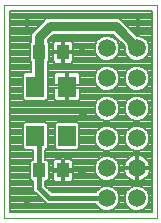
<source format=gtl>
G75*
G70*
%OFA0B0*%
%FSLAX24Y24*%
%IPPOS*%
%LPD*%
%AMOC8*
5,1,8,0,0,1.08239X$1,22.5*
%
%ADD10C,0.0000*%
%ADD11C,0.0594*%
%ADD12R,0.0394X0.0492*%
%ADD13R,0.0591X0.0709*%
%ADD14C,0.0157*%
%ADD15C,0.0277*%
%ADD16C,0.0079*%
%ADD17C,0.0315*%
D10*
X000534Y001854D02*
X000534Y008941D01*
X005652Y008941D01*
X005652Y001854D01*
X000534Y001854D01*
D11*
X003971Y002504D03*
X003971Y003504D03*
X003971Y004504D03*
X003971Y005504D03*
X003971Y006504D03*
X003971Y007504D03*
X004971Y007504D03*
X004971Y006504D03*
X004971Y005504D03*
X004971Y004504D03*
X004971Y003504D03*
X004971Y002504D03*
D12*
X002503Y003429D03*
X001715Y003429D03*
X001715Y007366D03*
X002503Y007366D03*
D13*
X002640Y006225D03*
X001577Y006225D03*
X001577Y004571D03*
X002640Y004571D03*
D14*
X001715Y004571D02*
X001715Y003429D01*
X001715Y002839D01*
X002050Y002504D01*
X003971Y002504D01*
X001715Y004571D02*
X001577Y004571D01*
D15*
X003133Y003390D03*
X003172Y005358D03*
X003133Y007366D03*
X001322Y008351D03*
X005022Y008351D03*
X001322Y002445D03*
D16*
X001518Y002757D02*
X001634Y002642D01*
X001968Y002307D01*
X002131Y002307D01*
X003604Y002307D01*
X003619Y002269D01*
X003736Y002152D01*
X003889Y002089D01*
X004054Y002089D01*
X004206Y002152D01*
X004323Y002269D01*
X004386Y002422D01*
X004386Y002587D01*
X004323Y002739D01*
X004206Y002856D01*
X004054Y002919D01*
X003889Y002919D01*
X003736Y002856D01*
X003619Y002739D01*
X003604Y002701D01*
X002131Y002701D01*
X001912Y002920D01*
X001912Y003065D01*
X001961Y003065D01*
X002030Y003134D01*
X002030Y003724D01*
X001961Y003793D01*
X001912Y003793D01*
X001912Y004099D01*
X001922Y004099D01*
X001991Y004168D01*
X001991Y004974D01*
X001922Y005043D01*
X001233Y005043D01*
X001164Y004974D01*
X001164Y004168D01*
X001233Y004099D01*
X001518Y004099D01*
X001518Y003793D01*
X001469Y003793D01*
X001400Y003724D01*
X001400Y003134D01*
X001469Y003065D01*
X001518Y003065D01*
X001518Y002757D01*
X001518Y002782D02*
X000724Y002782D01*
X000724Y002859D02*
X001518Y002859D01*
X001518Y002936D02*
X000724Y002936D01*
X000724Y003014D02*
X001518Y003014D01*
X001444Y003091D02*
X000724Y003091D01*
X000724Y003168D02*
X001400Y003168D01*
X001400Y003246D02*
X000724Y003246D01*
X000724Y003323D02*
X001400Y003323D01*
X001400Y003400D02*
X000724Y003400D01*
X000724Y003477D02*
X001400Y003477D01*
X001400Y003555D02*
X000724Y003555D01*
X000724Y003632D02*
X001400Y003632D01*
X001400Y003709D02*
X000724Y003709D01*
X000724Y003787D02*
X001463Y003787D01*
X001518Y003864D02*
X000724Y003864D01*
X000724Y003941D02*
X001518Y003941D01*
X001518Y004018D02*
X000724Y004018D01*
X000724Y004096D02*
X001518Y004096D01*
X001164Y004173D02*
X000724Y004173D01*
X000724Y004250D02*
X001164Y004250D01*
X001164Y004328D02*
X000724Y004328D01*
X000724Y004405D02*
X001164Y004405D01*
X001164Y004482D02*
X000724Y004482D01*
X000724Y004559D02*
X001164Y004559D01*
X001164Y004637D02*
X000724Y004637D01*
X000724Y004714D02*
X001164Y004714D01*
X001164Y004791D02*
X000724Y004791D01*
X000724Y004869D02*
X001164Y004869D01*
X001164Y004946D02*
X000724Y004946D01*
X000724Y005023D02*
X001213Y005023D01*
X000724Y005100D02*
X003861Y005100D01*
X003889Y005089D02*
X004054Y005089D01*
X004206Y005152D01*
X004323Y005269D01*
X004386Y005422D01*
X004386Y005587D01*
X004323Y005739D01*
X004206Y005856D01*
X004054Y005919D01*
X003889Y005919D01*
X003736Y005856D01*
X003619Y005739D01*
X003556Y005587D01*
X003556Y005422D01*
X003619Y005269D01*
X003736Y005152D01*
X003889Y005089D01*
X003889Y004919D02*
X003736Y004856D01*
X003619Y004739D01*
X003556Y004587D01*
X003556Y004422D01*
X003619Y004269D01*
X003736Y004152D01*
X003889Y004089D01*
X004054Y004089D01*
X004206Y004152D01*
X004323Y004269D01*
X004386Y004422D01*
X004386Y004587D01*
X004323Y004739D01*
X004206Y004856D01*
X004054Y004919D01*
X003889Y004919D01*
X003767Y004869D02*
X003054Y004869D01*
X003054Y004946D02*
X005463Y004946D01*
X005463Y005023D02*
X003005Y005023D01*
X002985Y005043D02*
X003054Y004974D01*
X003054Y004168D01*
X002985Y004099D01*
X002296Y004099D01*
X002227Y004168D01*
X002227Y004974D01*
X002296Y005043D01*
X002985Y005043D01*
X003054Y004791D02*
X003671Y004791D01*
X003609Y004714D02*
X003054Y004714D01*
X003054Y004637D02*
X003577Y004637D01*
X003556Y004559D02*
X003054Y004559D01*
X003054Y004482D02*
X003556Y004482D01*
X003563Y004405D02*
X003054Y004405D01*
X003054Y004328D02*
X003595Y004328D01*
X003638Y004250D02*
X003054Y004250D01*
X003054Y004173D02*
X003715Y004173D01*
X003873Y004096D02*
X001912Y004096D01*
X001912Y004018D02*
X005463Y004018D01*
X005463Y003941D02*
X001912Y003941D01*
X001912Y003864D02*
X003755Y003864D01*
X003736Y003856D02*
X003619Y003739D01*
X003556Y003587D01*
X003556Y003422D01*
X003619Y003269D01*
X003736Y003152D01*
X003889Y003089D01*
X004054Y003089D01*
X004206Y003152D01*
X004323Y003269D01*
X004386Y003422D01*
X004386Y003587D01*
X004323Y003739D01*
X004206Y003856D01*
X004054Y003919D01*
X003889Y003919D01*
X003736Y003856D01*
X003667Y003787D02*
X002785Y003787D01*
X002757Y003815D02*
X002839Y003733D01*
X002839Y003469D01*
X002542Y003469D01*
X002463Y003469D01*
X002463Y003815D01*
X002248Y003815D01*
X002166Y003733D01*
X002166Y003469D01*
X002463Y003469D01*
X002463Y003390D01*
X002166Y003390D01*
X002166Y003125D01*
X002248Y003044D01*
X002463Y003044D01*
X002463Y003390D01*
X002542Y003390D01*
X002542Y003469D01*
X002542Y003815D01*
X002757Y003815D01*
X002839Y003709D02*
X003607Y003709D01*
X003575Y003632D02*
X002839Y003632D01*
X002839Y003555D02*
X003556Y003555D01*
X003556Y003477D02*
X002839Y003477D01*
X002839Y003390D02*
X002542Y003390D01*
X002542Y003044D01*
X002757Y003044D01*
X002839Y003125D01*
X002839Y003390D01*
X002839Y003323D02*
X003597Y003323D01*
X003565Y003400D02*
X002542Y003400D01*
X002542Y003323D02*
X002463Y003323D01*
X002463Y003400D02*
X002030Y003400D01*
X002030Y003323D02*
X002166Y003323D01*
X002166Y003246D02*
X002030Y003246D01*
X002030Y003168D02*
X002166Y003168D01*
X002201Y003091D02*
X001987Y003091D01*
X001912Y003014D02*
X005463Y003014D01*
X005463Y003091D02*
X005114Y003091D01*
X005058Y003068D02*
X005218Y003134D01*
X005341Y003257D01*
X005407Y003417D01*
X005407Y003465D01*
X005011Y003465D01*
X005011Y003543D01*
X005407Y003543D01*
X005407Y003591D01*
X005341Y003751D01*
X005218Y003874D01*
X005058Y003940D01*
X005010Y003940D01*
X005010Y003544D01*
X004932Y003544D01*
X004932Y003940D01*
X004884Y003940D01*
X004724Y003874D01*
X004601Y003751D01*
X004535Y003591D01*
X004535Y003543D01*
X004932Y003543D01*
X004932Y003465D01*
X004535Y003465D01*
X004535Y003417D01*
X004601Y003257D01*
X004724Y003134D01*
X004884Y003068D01*
X004932Y003068D01*
X004932Y003465D01*
X005010Y003465D01*
X005010Y003068D01*
X005058Y003068D01*
X005010Y003091D02*
X004932Y003091D01*
X004932Y003168D02*
X005010Y003168D01*
X005010Y003246D02*
X004932Y003246D01*
X004932Y003323D02*
X005010Y003323D01*
X005010Y003400D02*
X004932Y003400D01*
X004932Y003477D02*
X004386Y003477D01*
X004377Y003400D02*
X004542Y003400D01*
X004574Y003323D02*
X004345Y003323D01*
X004300Y003246D02*
X004613Y003246D01*
X004690Y003168D02*
X004222Y003168D01*
X004058Y003091D02*
X004828Y003091D01*
X004889Y002919D02*
X004736Y002856D01*
X004619Y002739D01*
X004556Y002587D01*
X004556Y002422D01*
X004619Y002269D01*
X004736Y002152D01*
X004889Y002089D01*
X005054Y002089D01*
X005206Y002152D01*
X005323Y002269D01*
X005386Y002422D01*
X005386Y002587D01*
X005323Y002739D01*
X005206Y002856D01*
X005054Y002919D01*
X004889Y002919D01*
X004744Y002859D02*
X004198Y002859D01*
X004280Y002782D02*
X004662Y002782D01*
X004605Y002705D02*
X004337Y002705D01*
X004369Y002627D02*
X004573Y002627D01*
X004556Y002550D02*
X004386Y002550D01*
X004386Y002473D02*
X004556Y002473D01*
X004567Y002395D02*
X004375Y002395D01*
X004343Y002318D02*
X004599Y002318D01*
X004647Y002241D02*
X004295Y002241D01*
X004218Y002164D02*
X004725Y002164D01*
X005218Y002164D02*
X005463Y002164D01*
X005463Y002241D02*
X005295Y002241D01*
X005343Y002318D02*
X005463Y002318D01*
X005463Y002395D02*
X005375Y002395D01*
X005386Y002473D02*
X005463Y002473D01*
X005463Y002550D02*
X005386Y002550D01*
X005369Y002627D02*
X005463Y002627D01*
X005463Y002705D02*
X005337Y002705D01*
X005280Y002782D02*
X005463Y002782D01*
X005463Y002859D02*
X005198Y002859D01*
X005252Y003168D02*
X005463Y003168D01*
X005463Y003246D02*
X005330Y003246D01*
X005368Y003323D02*
X005463Y003323D01*
X005463Y003400D02*
X005400Y003400D01*
X005463Y003477D02*
X005011Y003477D01*
X005010Y003555D02*
X004932Y003555D01*
X004932Y003632D02*
X005010Y003632D01*
X005010Y003709D02*
X004932Y003709D01*
X004932Y003787D02*
X005010Y003787D01*
X005010Y003864D02*
X004932Y003864D01*
X004714Y003864D02*
X004187Y003864D01*
X004276Y003787D02*
X004637Y003787D01*
X004584Y003709D02*
X004335Y003709D01*
X004367Y003632D02*
X004552Y003632D01*
X004535Y003555D02*
X004386Y003555D01*
X004070Y004096D02*
X004873Y004096D01*
X004889Y004089D02*
X005054Y004089D01*
X005206Y004152D01*
X005323Y004269D01*
X005386Y004422D01*
X005386Y004587D01*
X005323Y004739D01*
X005206Y004856D01*
X005054Y004919D01*
X004889Y004919D01*
X004736Y004856D01*
X004619Y004739D01*
X004556Y004587D01*
X004556Y004422D01*
X004619Y004269D01*
X004736Y004152D01*
X004889Y004089D01*
X005070Y004096D02*
X005463Y004096D01*
X005463Y004173D02*
X005227Y004173D01*
X005304Y004250D02*
X005463Y004250D01*
X005463Y004328D02*
X005347Y004328D01*
X005379Y004405D02*
X005463Y004405D01*
X005463Y004482D02*
X005386Y004482D01*
X005386Y004559D02*
X005463Y004559D01*
X005463Y004637D02*
X005365Y004637D01*
X005333Y004714D02*
X005463Y004714D01*
X005463Y004791D02*
X005271Y004791D01*
X005176Y004869D02*
X005463Y004869D01*
X005463Y005100D02*
X005081Y005100D01*
X005054Y005089D02*
X005206Y005152D01*
X005323Y005269D01*
X005386Y005422D01*
X005386Y005587D01*
X005323Y005739D01*
X005206Y005856D01*
X005054Y005919D01*
X004889Y005919D01*
X004736Y005856D01*
X004619Y005739D01*
X004556Y005587D01*
X004556Y005422D01*
X004619Y005269D01*
X004736Y005152D01*
X004889Y005089D01*
X005054Y005089D01*
X004861Y005100D02*
X004081Y005100D01*
X004232Y005178D02*
X004711Y005178D01*
X004633Y005255D02*
X004309Y005255D01*
X004349Y005332D02*
X004593Y005332D01*
X004561Y005410D02*
X004381Y005410D01*
X004386Y005487D02*
X004556Y005487D01*
X004556Y005564D02*
X004386Y005564D01*
X004363Y005641D02*
X004579Y005641D01*
X004611Y005719D02*
X004331Y005719D01*
X004266Y005796D02*
X004676Y005796D01*
X004778Y005873D02*
X004164Y005873D01*
X004054Y006089D02*
X004206Y006152D01*
X004323Y006269D01*
X004386Y006422D01*
X004386Y006587D01*
X004323Y006739D01*
X004206Y006856D01*
X004054Y006919D01*
X003889Y006919D01*
X003736Y006856D01*
X003619Y006739D01*
X003556Y006587D01*
X003556Y006422D01*
X003619Y006269D01*
X003736Y006152D01*
X003889Y006089D01*
X004054Y006089D01*
X004092Y006105D02*
X004850Y006105D01*
X004889Y006089D02*
X005054Y006089D01*
X005206Y006152D01*
X005323Y006269D01*
X005386Y006422D01*
X005386Y006587D01*
X005323Y006739D01*
X005206Y006856D01*
X005054Y006919D01*
X004889Y006919D01*
X004736Y006856D01*
X004619Y006739D01*
X004556Y006587D01*
X004556Y006422D01*
X004619Y006269D01*
X004736Y006152D01*
X004889Y006089D01*
X005092Y006105D02*
X005463Y006105D01*
X005463Y006028D02*
X003075Y006028D01*
X003075Y006105D02*
X003850Y006105D01*
X003706Y006182D02*
X003075Y006182D01*
X003075Y006185D02*
X002680Y006185D01*
X002680Y006264D01*
X003075Y006264D01*
X003075Y006637D01*
X002993Y006718D01*
X002680Y006718D01*
X002680Y006264D01*
X002601Y006264D01*
X002601Y006718D01*
X002287Y006718D01*
X002206Y006637D01*
X002206Y006264D01*
X002601Y006264D01*
X002601Y006185D01*
X002680Y006185D01*
X002680Y005731D01*
X002993Y005731D01*
X003075Y005812D01*
X003075Y006185D01*
X003075Y006337D02*
X003591Y006337D01*
X003559Y006414D02*
X003075Y006414D01*
X003075Y006491D02*
X003556Y006491D01*
X003556Y006569D02*
X003075Y006569D01*
X003066Y006646D02*
X003581Y006646D01*
X003613Y006723D02*
X001991Y006723D01*
X001991Y006646D02*
X002215Y006646D01*
X002206Y006569D02*
X001991Y006569D01*
X001991Y006628D02*
X001991Y007032D01*
X002030Y007071D01*
X002030Y007661D01*
X001991Y007701D01*
X001991Y007764D01*
X002184Y007957D01*
X004160Y007957D01*
X004556Y007561D01*
X004556Y007422D01*
X004619Y007269D01*
X004736Y007152D01*
X004889Y007089D01*
X005054Y007089D01*
X005206Y007152D01*
X005323Y007269D01*
X005386Y007422D01*
X005386Y007587D01*
X005323Y007739D01*
X005206Y007856D01*
X005054Y007919D01*
X004977Y007919D01*
X004388Y008508D01*
X004160Y008508D01*
X001955Y008508D01*
X001794Y008347D01*
X001440Y007992D01*
X001440Y007764D01*
X001440Y007701D01*
X001400Y007661D01*
X001400Y007071D01*
X001440Y007032D01*
X001440Y006697D01*
X001233Y006697D01*
X001164Y006628D01*
X001164Y005821D01*
X001233Y005752D01*
X001922Y005752D01*
X001991Y005821D01*
X001991Y006628D01*
X001991Y006801D02*
X003681Y006801D01*
X003789Y006878D02*
X001991Y006878D01*
X001991Y006955D02*
X005463Y006955D01*
X005463Y006878D02*
X005153Y006878D01*
X005261Y006801D02*
X005463Y006801D01*
X005463Y006723D02*
X005330Y006723D01*
X005361Y006646D02*
X005463Y006646D01*
X005463Y006569D02*
X005386Y006569D01*
X005386Y006491D02*
X005463Y006491D01*
X005463Y006414D02*
X005383Y006414D01*
X005351Y006337D02*
X005463Y006337D01*
X005463Y006260D02*
X005314Y006260D01*
X005236Y006182D02*
X005463Y006182D01*
X005463Y005951D02*
X003075Y005951D01*
X003075Y005873D02*
X003778Y005873D01*
X003676Y005796D02*
X003059Y005796D01*
X002680Y005796D02*
X002601Y005796D01*
X002601Y005731D02*
X002601Y006185D01*
X002206Y006185D01*
X002206Y005812D01*
X002287Y005731D01*
X002601Y005731D01*
X002601Y005873D02*
X002680Y005873D01*
X002680Y005951D02*
X002601Y005951D01*
X002601Y006028D02*
X002680Y006028D01*
X002680Y006105D02*
X002601Y006105D01*
X002601Y006182D02*
X002680Y006182D01*
X002680Y006260D02*
X003629Y006260D01*
X003611Y005719D02*
X000724Y005719D01*
X000724Y005796D02*
X001189Y005796D01*
X001164Y005873D02*
X000724Y005873D01*
X000724Y005951D02*
X001164Y005951D01*
X001164Y006028D02*
X000724Y006028D01*
X000724Y006105D02*
X001164Y006105D01*
X001164Y006182D02*
X000724Y006182D01*
X000724Y006260D02*
X001164Y006260D01*
X001164Y006337D02*
X000724Y006337D01*
X000724Y006414D02*
X001164Y006414D01*
X001164Y006491D02*
X000724Y006491D01*
X000724Y006569D02*
X001164Y006569D01*
X001182Y006646D02*
X000724Y006646D01*
X000724Y006723D02*
X001440Y006723D01*
X001440Y006801D02*
X000724Y006801D01*
X000724Y006878D02*
X001440Y006878D01*
X001440Y006955D02*
X000724Y006955D01*
X000724Y007032D02*
X001439Y007032D01*
X001400Y007110D02*
X000724Y007110D01*
X000724Y007187D02*
X001400Y007187D01*
X001400Y007264D02*
X000724Y007264D01*
X000724Y007342D02*
X001400Y007342D01*
X001400Y007419D02*
X000724Y007419D01*
X000724Y007496D02*
X001400Y007496D01*
X001400Y007573D02*
X000724Y007573D01*
X000724Y007651D02*
X001400Y007651D01*
X001440Y007728D02*
X000724Y007728D01*
X000724Y007805D02*
X001440Y007805D01*
X001440Y007883D02*
X000724Y007883D01*
X000724Y007960D02*
X001440Y007960D01*
X001485Y008037D02*
X000724Y008037D01*
X000724Y008114D02*
X001562Y008114D01*
X001639Y008192D02*
X000724Y008192D01*
X000724Y008269D02*
X001716Y008269D01*
X001794Y008346D02*
X000724Y008346D01*
X000724Y008424D02*
X001871Y008424D01*
X001948Y008501D02*
X000724Y008501D01*
X000724Y008578D02*
X005463Y008578D01*
X005463Y008501D02*
X004396Y008501D01*
X004473Y008424D02*
X005463Y008424D01*
X005463Y008346D02*
X004550Y008346D01*
X004627Y008269D02*
X005463Y008269D01*
X005463Y008192D02*
X004705Y008192D01*
X004782Y008114D02*
X005463Y008114D01*
X005463Y008037D02*
X004859Y008037D01*
X004937Y007960D02*
X005463Y007960D01*
X005463Y007883D02*
X005142Y007883D01*
X005257Y007805D02*
X005463Y007805D01*
X005463Y007728D02*
X005328Y007728D01*
X005360Y007651D02*
X005463Y007651D01*
X005463Y007573D02*
X005386Y007573D01*
X005386Y007496D02*
X005463Y007496D01*
X005463Y007419D02*
X005385Y007419D01*
X005353Y007342D02*
X005463Y007342D01*
X005463Y007264D02*
X005318Y007264D01*
X005241Y007187D02*
X005463Y007187D01*
X005463Y007110D02*
X005104Y007110D01*
X004839Y007110D02*
X004104Y007110D01*
X004054Y007089D02*
X004206Y007152D01*
X004323Y007269D01*
X004386Y007422D01*
X004386Y007587D01*
X004323Y007739D01*
X004206Y007856D01*
X004054Y007919D01*
X003889Y007919D01*
X003736Y007856D01*
X003619Y007739D01*
X003556Y007587D01*
X003556Y007422D01*
X003619Y007269D01*
X003736Y007152D01*
X003889Y007089D01*
X004054Y007089D01*
X004241Y007187D02*
X004701Y007187D01*
X004624Y007264D02*
X004318Y007264D01*
X004353Y007342D02*
X004589Y007342D01*
X004557Y007419D02*
X004385Y007419D01*
X004386Y007496D02*
X004556Y007496D01*
X004544Y007573D02*
X004386Y007573D01*
X004360Y007651D02*
X004466Y007651D01*
X004389Y007728D02*
X004328Y007728D01*
X004312Y007805D02*
X004257Y007805D01*
X004234Y007883D02*
X004142Y007883D01*
X003801Y007883D02*
X002109Y007883D01*
X002032Y007805D02*
X003686Y007805D01*
X003615Y007728D02*
X002781Y007728D01*
X002757Y007752D02*
X002839Y007670D01*
X002839Y007406D01*
X002542Y007406D01*
X002463Y007406D01*
X002463Y007752D01*
X002248Y007752D01*
X002166Y007670D01*
X002166Y007406D01*
X002463Y007406D01*
X002463Y007327D01*
X002166Y007327D01*
X002166Y007062D01*
X002248Y006981D01*
X002463Y006981D01*
X002463Y007327D01*
X002542Y007327D01*
X002542Y007406D01*
X002542Y007752D01*
X002757Y007752D01*
X002839Y007651D02*
X003583Y007651D01*
X003556Y007573D02*
X002839Y007573D01*
X002839Y007496D02*
X003556Y007496D01*
X003557Y007419D02*
X002839Y007419D01*
X002839Y007327D02*
X002542Y007327D01*
X002542Y006981D01*
X002757Y006981D01*
X002839Y007062D01*
X002839Y007327D01*
X002839Y007264D02*
X003624Y007264D01*
X003589Y007342D02*
X002542Y007342D01*
X002542Y007419D02*
X002463Y007419D01*
X002463Y007496D02*
X002542Y007496D01*
X002542Y007573D02*
X002463Y007573D01*
X002463Y007651D02*
X002542Y007651D01*
X002542Y007728D02*
X002463Y007728D01*
X002224Y007728D02*
X001991Y007728D01*
X002030Y007651D02*
X002166Y007651D01*
X002166Y007573D02*
X002030Y007573D01*
X002030Y007496D02*
X002166Y007496D01*
X002166Y007419D02*
X002030Y007419D01*
X002030Y007342D02*
X002463Y007342D01*
X002463Y007264D02*
X002542Y007264D01*
X002542Y007187D02*
X002463Y007187D01*
X002463Y007110D02*
X002542Y007110D01*
X002542Y007032D02*
X002463Y007032D01*
X002196Y007032D02*
X001991Y007032D01*
X002030Y007110D02*
X002166Y007110D01*
X002166Y007187D02*
X002030Y007187D01*
X002030Y007264D02*
X002166Y007264D01*
X002601Y006646D02*
X002680Y006646D01*
X002680Y006569D02*
X002601Y006569D01*
X002601Y006491D02*
X002680Y006491D01*
X002680Y006414D02*
X002601Y006414D01*
X002601Y006337D02*
X002680Y006337D01*
X002601Y006260D02*
X001991Y006260D01*
X001991Y006337D02*
X002206Y006337D01*
X002206Y006414D02*
X001991Y006414D01*
X001991Y006491D02*
X002206Y006491D01*
X002206Y006182D02*
X001991Y006182D01*
X001991Y006105D02*
X002206Y006105D01*
X002206Y006028D02*
X001991Y006028D01*
X001991Y005951D02*
X002206Y005951D01*
X002206Y005873D02*
X001991Y005873D01*
X001965Y005796D02*
X002222Y005796D01*
X002276Y005023D02*
X001942Y005023D01*
X001991Y004946D02*
X002227Y004946D01*
X002227Y004869D02*
X001991Y004869D01*
X001991Y004791D02*
X002227Y004791D01*
X002227Y004714D02*
X001991Y004714D01*
X001991Y004637D02*
X002227Y004637D01*
X002227Y004559D02*
X001991Y004559D01*
X001991Y004482D02*
X002227Y004482D01*
X002227Y004405D02*
X001991Y004405D01*
X001991Y004328D02*
X002227Y004328D01*
X002227Y004250D02*
X001991Y004250D01*
X001991Y004173D02*
X002227Y004173D01*
X002220Y003787D02*
X001968Y003787D01*
X002030Y003709D02*
X002166Y003709D01*
X002166Y003632D02*
X002030Y003632D01*
X002030Y003555D02*
X002166Y003555D01*
X002166Y003477D02*
X002030Y003477D01*
X002463Y003477D02*
X002542Y003477D01*
X002542Y003555D02*
X002463Y003555D01*
X002463Y003632D02*
X002542Y003632D01*
X002542Y003709D02*
X002463Y003709D01*
X002463Y003787D02*
X002542Y003787D01*
X002542Y003246D02*
X002463Y003246D01*
X002463Y003168D02*
X002542Y003168D01*
X002542Y003091D02*
X002463Y003091D01*
X002128Y002705D02*
X003605Y002705D01*
X003662Y002782D02*
X002050Y002782D01*
X001973Y002859D02*
X003744Y002859D01*
X003884Y003091D02*
X002804Y003091D01*
X002839Y003168D02*
X003720Y003168D01*
X003643Y003246D02*
X002839Y003246D01*
X001957Y002318D02*
X000724Y002318D01*
X000724Y002241D02*
X003647Y002241D01*
X003725Y002164D02*
X000724Y002164D01*
X000724Y002086D02*
X005463Y002086D01*
X005463Y002044D02*
X000724Y002044D01*
X000724Y008752D01*
X005463Y008752D01*
X005463Y002044D01*
X005463Y002936D02*
X001912Y002936D01*
X001648Y002627D02*
X000724Y002627D01*
X000724Y002550D02*
X001726Y002550D01*
X001803Y002473D02*
X000724Y002473D01*
X000724Y002395D02*
X001880Y002395D01*
X001571Y002705D02*
X000724Y002705D01*
X000724Y005178D02*
X003711Y005178D01*
X003633Y005255D02*
X000724Y005255D01*
X000724Y005332D02*
X003593Y005332D01*
X003561Y005410D02*
X000724Y005410D01*
X000724Y005487D02*
X003556Y005487D01*
X003556Y005564D02*
X000724Y005564D01*
X000724Y005641D02*
X003579Y005641D01*
X004176Y004869D02*
X004767Y004869D01*
X004671Y004791D02*
X004271Y004791D01*
X004333Y004714D02*
X004609Y004714D01*
X004577Y004637D02*
X004365Y004637D01*
X004386Y004559D02*
X004556Y004559D01*
X004556Y004482D02*
X004386Y004482D01*
X004379Y004405D02*
X004563Y004405D01*
X004595Y004328D02*
X004347Y004328D01*
X004304Y004250D02*
X004638Y004250D01*
X004715Y004173D02*
X004227Y004173D01*
X005228Y003864D02*
X005463Y003864D01*
X005463Y003787D02*
X005306Y003787D01*
X005358Y003709D02*
X005463Y003709D01*
X005463Y003632D02*
X005390Y003632D01*
X005407Y003555D02*
X005463Y003555D01*
X005463Y005178D02*
X005232Y005178D01*
X005309Y005255D02*
X005463Y005255D01*
X005463Y005332D02*
X005349Y005332D01*
X005381Y005410D02*
X005463Y005410D01*
X005463Y005487D02*
X005386Y005487D01*
X005386Y005564D02*
X005463Y005564D01*
X005463Y005641D02*
X005363Y005641D01*
X005331Y005719D02*
X005463Y005719D01*
X005463Y005796D02*
X005266Y005796D01*
X005164Y005873D02*
X005463Y005873D01*
X004789Y006878D02*
X004153Y006878D01*
X004261Y006801D02*
X004681Y006801D01*
X004613Y006723D02*
X004330Y006723D01*
X004361Y006646D02*
X004581Y006646D01*
X004556Y006569D02*
X004386Y006569D01*
X004386Y006491D02*
X004556Y006491D01*
X004559Y006414D02*
X004383Y006414D01*
X004351Y006337D02*
X004591Y006337D01*
X004629Y006260D02*
X004314Y006260D01*
X004236Y006182D02*
X004706Y006182D01*
X005463Y007032D02*
X002809Y007032D01*
X002839Y007110D02*
X003839Y007110D01*
X003701Y007187D02*
X002839Y007187D01*
X000724Y008655D02*
X005463Y008655D01*
X005463Y008733D02*
X000724Y008733D01*
D17*
X001715Y007878D02*
X002070Y008232D01*
X004274Y008232D01*
X004983Y007524D01*
X004971Y007512D01*
X004971Y007504D01*
X001715Y007366D02*
X001715Y006225D01*
X001577Y006225D01*
X001715Y007366D02*
X001715Y007878D01*
M02*

</source>
